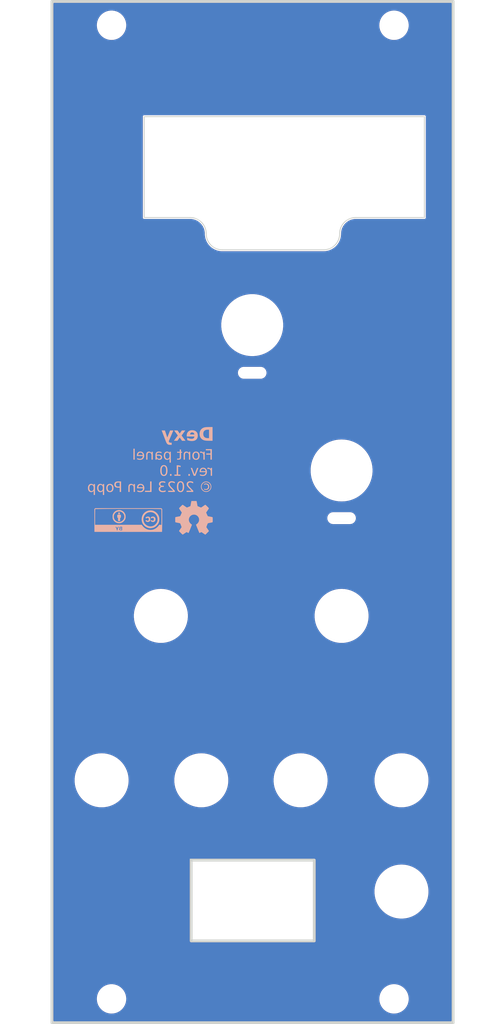
<source format=kicad_pcb>
(kicad_pcb (version 20221018) (generator pcbnew)
  (title_block (title "Eurorack Panel for Dexy Module") (date "2023-03-23") (rev "1.0") (company "Len Popp") (comment 1 "Copyright © 2023 Len Popp CC BY") (comment 2 "10 HP"))
  (layers (0 "F.Cu" signal) (31 "B.Cu" signal) (34 "B.Paste" user) (35 "F.Paste" user) (36 "B.SilkS" user "B.Silkscreen") (37 "F.SilkS" user "F.Silkscreen") (38 "B.Mask" user) (39 "F.Mask" user) (44 "Edge.Cuts" user))
  (property "MODULE" "Dexy")
  (net 0 "")
  (footprint "-lmp-holes:MountingHole_Panel_3.2mm_M3" (layer "F.Cu") (at 104.02 28.56)
    (fp_text reference "REF**" hide)
    (fp_text value "MountingHole_Panel_3.2mm_M3")
    (pad "" np_thru_hole circle (at 0 0) (size 3.2 3.2) (drill 3.2) (layers "*.Cu" "*.Mask"))
  )
  (footprint "-lmp-holes:MountingHole_Panel_3.2mm_M3" (layer "F.Cu") (at 104.02 151.06)
    (fp_text reference "REF**" hide)
    (fp_text value "MountingHole_Panel_3.2mm_M3")
    (pad "" np_thru_hole circle (at 0 0) (size 3.2 3.2) (drill 3.2) (layers "*.Cu" "*.Mask"))
  )
  (footprint "-lmp-holes:MountingHole_Panel_3.2mm_M3" (layer "F.Cu") (at 139.58 28.56)
    (fp_text reference "REF**" hide)
    (fp_text value "MountingHole_Panel_3.2mm_M3")
    (pad "" np_thru_hole circle (at 0 0) (size 3.2 3.2) (drill 3.2) (layers "*.Cu" "*.Mask"))
  )
  (footprint "-lmp-holes:MountingHole_Panel_3.2mm_M3" (layer "F.Cu") (at 139.58 151.06)
    (fp_text reference "REF**" hide)
    (fp_text value "MountingHole_Panel_3.2mm_M3")
    (pad "" np_thru_hole circle (at 0 0) (size 3.2 3.2) (drill 3.2) (layers "*.Cu" "*.Mask"))
  )
  (footprint "-lmp-holes:MountingHole_Jack_3.5mm_PJ398" (layer "F.Cu") (at 127.82 123.56)
    (fp_text reference "REF**" hide)
    (fp_text value "MountingHole_Jack_3.5mm_PJ398")
    (pad "" np_thru_hole circle (at 0 0) (size 6.3 6.3) (drill 6.3) (layers "*.Cu" "*.Mask"))
  )
  (footprint "-lmp-holes:MountingHole_Jack_3.5mm_PJ398" (layer "F.Cu") (at 140.52 123.56)
    (fp_text reference "REF**" hide)
    (fp_text value "MountingHole_Jack_3.5mm_PJ398")
    (pad "" np_thru_hole circle (at 0 0) (size 6.3 6.3) (drill 6.3) (layers "*.Cu" "*.Mask"))
  )
  (footprint "-lmp-holes:MountingHole_Pot_SongHuei" (layer "F.Cu") (at 132.98 102.875)
    (fp_text reference "REF**" hide)
    (fp_text value "MountingHole_Pot_SongHuei")
    (pad "" np_thru_hole circle (at 0 0) (size 6.3 6.3) (drill 6.3) (layers "F&B.Cu" "*.Mask"))
  )
  (footprint "-lmp-holes:MountingHole_Jack_3.5mm_PJ398" (layer "F.Cu") (at 140.52 137.56)
    (fp_text reference "REF**" hide)
    (fp_text value "MountingHole_Jack_3.5mm_PJ398")
    (pad "" np_thru_hole circle (at 0 0) (size 6.3 6.3) (drill 6.3) (layers "*.Cu" "*.Mask"))
  )
  (footprint "-lmp-holes:MountingHole_Pot_SongHuei" (layer "F.Cu") (at 110.23 102.875)
    (fp_text reference "REF**" hide)
    (fp_text value "MountingHole_Pot_SongHuei")
    (pad "" np_thru_hole circle (at 0 0) (size 6.3 6.3) (drill 6.3) (layers "F&B.Cu" "*.Mask"))
  )
  (footprint "-lmp-holes:MountingHole_Jack_3.5mm_PJ398" (layer "F.Cu") (at 102.77 123.56)
    (fp_text reference "REF**" hide)
    (fp_text value "MountingHole_Jack_3.5mm_PJ398")
    (pad "" np_thru_hole circle (at 0 0) (size 6.3 6.3) (drill 6.3) (layers "*.Cu" "*.Mask"))
  )
  (footprint "-lmp-holes:Hole_Panel_OLED_0.91in_Header" (layer "F.Cu") (at 121.77 46.405)
    (fp_text reference "REF**" hide)
    (fp_text value "Hole_Panel_OLED_1.3in")
    (fp_line (start -13.635 -6.35) (end 21.635 -6.35) (stroke (width 0.12)) (layer "Edge.Cuts"))
    (fp_line (start -13.635 6.35) (end -13.635 -6.35) (stroke (width 0.12)) (layer "Edge.Cuts"))
    (fp_line (start -13.635 6.35) (end -7.864 6.35) (stroke (width 0.12)) (layer "Edge.Cuts"))
    (fp_line (start 8.938 10.414) (end -3.8 10.414) (stroke (width 0.12)) (layer "Edge.Cuts"))
    (fp_line (start 13.002 6.35) (end 21.635 6.35) (stroke (width 0.12)) (layer "Edge.Cuts"))
    (fp_line (start 21.635 -6.35) (end 21.635 6.35) (stroke (width 0.12)) (layer "Edge.Cuts"))
    (fp_arc (start -7.864 6.35) (mid -6.427159 6.945159) (end -5.832 8.382) (stroke (width 0.12)) (layer "Edge.Cuts"))
    (fp_arc (start -3.8 10.414) (mid -5.236841 9.818841) (end -5.832 8.382) (stroke (width 0.12)) (layer "Edge.Cuts"))
    (fp_arc (start 10.97 8.382) (mid 10.374841 9.818841) (end 8.938 10.414) (stroke (width 0.12)) (layer "Edge.Cuts"))
    (fp_arc (start 10.97 8.382) (mid 11.565159 6.945159) (end 13.002 6.35) (stroke (width 0.12)) (layer "Edge.Cuts"))
  )
  (footprint "-lmp-holes:MountingHole_Pot_Alpha" (layer "F.Cu") (at 132.98 84.575)
    (fp_text reference "REF**" hide)
    (fp_text value "MountingHole_Pot_Alpha")
    (pad "" np_thru_hole circle (at 0 0) (size 7.3 7.3) (drill 7.3) (layers "*.Cu" "*.Mask"))
    (pad "" np_thru_hole oval (at 0 6) (size 3.1 1) (drill oval 3.1 1) (layers "F&B.Cu" "*.Mask"))
  )
  (footprint "-lmp-holes:MountingHole_Pot_Alpha" (layer "F.Cu") (at 121.73 66.287)
    (fp_text reference "REF**" hide)
    (fp_text value "MountingHole_Pot_Alpha")
    (pad "" np_thru_hole circle (at 0 0) (size 7.3 7.3) (drill 7.3) (layers "*.Cu" "*.Mask"))
    (pad "" np_thru_hole oval (at 0 6) (size 3.1 1) (drill oval 3.1 1) (layers "F&B.Cu" "*.Mask"))
  )
  (footprint "-lmp-holes:MountingHole_Jack_3.5mm_PJ398" (layer "F.Cu") (at 115.32 123.56)
    (fp_text reference "REF**" hide)
    (fp_text value "MountingHole_Jack_3.5mm_PJ398")
    (pad "" np_thru_hole circle (at 0 0) (size 6.3 6.3) (drill 6.3) (layers "*.Cu" "*.Mask"))
  )
  (footprint "-lmp-misc:Logo_OSHW" (layer "B.Cu") (at 114.389962 90.551 180)
    (fp_text reference "G3" hide)
    (fp_text value "LOGO" hide)
    (fp_poly (pts (xy 0.332309 2.043907) (xy 0.341381 1.998069) (xy 0.354628 1.929173) (xy 0.370495 1.845389) (xy 0.38743 1.75489) (xy 0.393386 1.722796) (xy 0.437401 1.485029) (xy 0.657063 1.393795) (xy 0.74497 1.357921) (xy 0.808749 1.333741) (xy 0.853195 1.319859) (xy 0.883107 1.31488) (xy 0.903282 1.317408) (xy 0.9098 1.320262) (xy 0.933551 1.334917) (xy 0.978298 1.364246) (xy 1.038939 1.404842) (xy 1.110374 1.453296) (xy 1.165969 1.491371) (xy 1.240949 1.542833) (xy 1.307718 1.588474) (xy 1.361493 1.625041) (xy 1.397494 1.649281) (xy 1.409956 1.657414) (xy 1.427811 1.652955) (xy 1.463227 1.627667) (xy 1.517172 1.58073) (xy 1.590613 1.511323) (xy 1.644039 1.458948) (xy 1.711608 1.391108) (xy 1.771268 1.329438) (xy 1.819306 1.277919) (xy 1.852008 1.240535) (xy 1.865664 1.221267) (xy 1.865677 1.221226) (xy 1.859691 1.197676) (xy 1.835212 1.150604) (xy 1.793183 1.081596) (xy 1.734543 0.992239) (xy 1.697471 0.937781) (xy 1.520815 0.68096) (xy 1.619383 0.452127) (xy 1.659348 0.362713) (xy 1.694168 0.291444) (xy 1.72197 0.241872) (xy 1.740879 0.217552) (xy 1.744007 0.215831) (xy 1.767564 0.210654) (xy 1.816769 0.200917) (xy 1.886021 0.187693) (xy 1.969721 0.172052) (xy 2.047875 0.157689) (xy 2.138232 0.140363) (xy 2.217638 0.123538) (xy 2.280838 0.108457) (xy 2.322577 0.096363) (xy 2.33735 0.089224) (xy 2.341052 0.068346) (xy 2.344296 0.021045) (xy 2.34688 -0.047351) (xy 2.348601 -0.131515) (xy 2.349256 -0.224274) (xy 2.34874 -0.336892) (xy 2.346841 -0.421041) (xy 2.343351 -0.479979) (xy 2.33806 -0.516966) (xy 2.330759 -0.535262) (xy 2.329202 -0.536832) (xy 2.307564 -0.54503) (xy 2.260103 -0.557343) (xy 2.192292 -0.572534) (xy 2.109605 -0.589367) (xy 2.031546 -0.604073) (xy 1.940736 -0.621377) (xy 1.860376 -0.638211) (xy 1.795872 -0.653319) (xy 1.752632 -0.665446) (xy 1.736595 -0.672515) (xy 1.722252 -0.695942) (xy 1.700812 -0.741547) (xy 1.674629 -0.803127) (xy 1.646056 -0.87448) (xy 1.617445 -0.949405) (xy 1.591149 -1.021699) (xy 1.569521 -1.085159) (xy 1.554912 -1.133585) (xy 1.549677 -1.160773) (xy 1.550241 -1.163788) (xy 1.562554 -1.182573) (xy 1.589739 -1.222789) (xy 1.628605 -1.279753) (xy 1.675959 -1.348785) (xy 1.717281 -1.408788) (xy 1.768237 -1.483332) (xy 1.812217 -1.548959) (xy 1.846284 -1.601179) (xy 1.867501 -1.635506) (xy 1.873249 -1.647126) (xy 1.862515 -1.661602) (xy 1.832595 -1.694758) (xy 1.786914 -1.742986) (xy 1.728898 -1.802678) (xy 1.661972 -1.870225) (xy 1.652489 -1.879701) (xy 1.570583 -1.960422) (xy 1.507752 -2.019804) (xy 1.461587 -2.059887) (xy 1.429677 -2.082708) (xy 1.409614 -2.090306) (xy 1.404428 -2.089563) (xy 1.382638 -2.077373) (xy 1.339761 -2.050325) (xy 1.280786 -2.011678) (xy 1.210703 -1.964685) (xy 1.15767 -1.928544) (xy 1.084231 -1.878624) (xy 1.019809 -1.835701) (xy 0.968968 -1.802746) (xy 0.936274 -1.782731) (xy 0.926456 -1.778) (xy 0.907758 -1.784814) (xy 0.868466 -1.802925) (xy 0.816075 -1.82883) (xy 0.799669 -1.837215) (xy 0.745513 -1.863547) (xy 0.702661 -1.881495) (xy 0.678317 -1.888138) (xy 0.675671 -1.887463) (xy 0.666195 -1.869527) (xy 0.646683 -1.826283) (xy 0.61885 -1.761921) (xy 0.584411 -1.680627) (xy 0.545081 -1.586591) (xy 0.502576 -1.484001) (xy 0.458609 -1.377043) (xy 0.414897 -1.269908) (xy 0.373154 -1.166782) (xy 0.335095 -1.071855) (xy 0.302436 -0.989313) (xy 0.276891 -0.923346) (xy 0.260175 -0.878141) (xy 0.254004 -0.857887) (xy 0.254 -0.857727) (xy 0.267057 -0.831175) (xy 0.291181 -0.813655) (xy 0.320082 -0.795098) (xy 0.363545 -0.760996) (xy 0.413339 -0.717903) (xy 0.425838 -0.706469) (xy 0.521321 -0.598253) (xy 0.589436 -0.478327) (xy 0.630082 -0.350658) (xy 0.64316 -0.219214) (xy 0.628567 -0.087962) (xy 0.586205 0.039131) (xy 0.515973 0.158097) (xy 0.449685 0.234902) (xy 0.34119 0.322392) (xy 0.220313 0.382989) (xy 0.091552 0.416695) (xy -0.040598 0.423509) (xy -0.171639 0.403432) (xy -0.297073 0.356462) (xy -0.412405 0.282601) (xy -0.465561 0.234902) (xy -0.555494 0.124047) (xy -0.617486 0.002268) (xy -0.651637 -0.126466) (xy -0.658048 -0.258188) (xy -0.636819 -0.38893) (xy -0.588051 -0.514725) (xy -0.511844 -0.631606) (xy -0.441714 -0.706469) (xy -0.391624 -0.750788) (xy -0.345801 -0.787757) (xy -0.31248 -0.810824) (xy -0.307057 -0.813655) (xy -0.278822 -0.836047) (xy -0.269875 -0.857727) (xy -0.275742 -0.877259) (xy -0.292199 -0.921853) (xy -0.317531 -0.987321) (xy -0.350023 -1.069475) (xy -0.38796 -1.164127) (xy -0.429627 -1.267088) (xy -0.473309 -1.374171) (xy -0.517291 -1.481187) (xy -0.559858 -1.583949) (xy -0.599294 -1.678267) (xy -0.633886 -1.759955) (xy -0.661917 -1.824823) (xy -0.681673 -1.868683) (xy -0.691439 -1.887349) (xy -0.691547 -1.887463) (xy -0.708781 -1.884865) (xy -0.74673 -1.87007) (xy -0.79819 -1.845995) (xy -0.815545 -1.837215) (xy -0.87027 -1.809724) (xy -0.914006 -1.789018) (xy -0.939274 -1.778598) (xy -0.942068 -1.778) (xy -0.958281 -1.786545) (xy -0.99619 -1.81026) (xy -1.051371 -1.846265) (xy -1.119398 -1.891677) (xy -1.185816 -1.93675) (xy -1.261905 -1.988112) (xy -1.329536 -2.03255) (xy -1.38415 -2.067164) (xy -1.42119 -2.089057) (xy -1.43553 -2.0955) (xy -1.45167 -2.084739) (xy -1.486309 -2.054764) (xy -1.535721 -2.00903) (xy -1.59618 -1.950995) (xy -1.663958 -1.884116) (xy -1.671057 -1.877013) (xy -1.738416 -1.808944) (xy -1.797325 -1.748305) (xy -1.844348 -1.698724) (xy -1.87605 -1.66383) (xy -1.888994 -1.647251) (xy -1.889125 -1.646708) (xy -1.880529 -1.630386) (xy -1.856698 -1.592506) (xy -1.820567 -1.537547) (xy -1.775072 -1.469987) (xy -1.733157 -1.408788) (xy -1.681353 -1.333531) (xy -1.635515 -1.266643) (xy -1.598836 -1.212805) (xy -1.574507 -1.176699) (xy -1.566117 -1.163788) (xy -1.568212 -1.143868) (xy -1.580361 -1.100924) (xy -1.600208 -1.04116) (xy -1.625402 -0.970779) (xy -1.653588 -0.895982) (xy -1.682414 -0.822973) (xy -1.709526 -0.757956) (xy -1.732571 -0.707131) (xy -1.749196 -0.676703) (xy -1.752471 -0.672589) (xy -1.773188 -0.664012) (xy -1.819798 -0.651325) (xy -1.886901 -0.635788) (xy -1.969098 -0.618661) (xy -2.047875 -0.603599) (xy -2.138935 -0.586192) (xy -2.219747 -0.56945) (xy -2.28486 -0.554608) (xy -2.328819 -0.542897) (xy -2.345532 -0.536285) (xy -2.353122 -0.52039) (xy -2.35869 -0.484937) (xy -2.362422 -0.426925) (xy -2.364508 -0.343353) (xy -2.365136 -0.23122) (xy -2.365132 -0.224274) (xy -2.364454 -0.129816) (xy -2.362715 -0.045899) (xy -2.360116 0.022149) (xy -2.356862 0.069001) (xy -2.353226 0.089224) (xy -2.334501 0.097698) (xy -2.28973 0.110242) (xy -2.224168 0.125615) (xy -2.143071 0.142573) (xy -2.06375 0.157689) (xy -1.972185 0.174539) (xy -1.890317 0.189882) (xy -1.823748 0.202646) (xy -1.778075 0.211759) (xy -1.759883 0.215831) (xy -1.743498 0.23326) (xy -1.717751 0.276831) (xy -1.684515 0.342991) (xy -1.645665 0.428188) (xy -1.635259 0.452127) (xy -1.536691 0.68096) (xy -1.713347 0.937781) (xy -1.780321 1.037176) (xy -1.831178 1.117053) (xy -1.864977 1.175825) (xy -1.880778 1.211907) (xy -1.881553 1.221226) (xy -1.867997 1.240398) (xy -1.835375 1.277706) (xy -1.787401 1.329167) (xy -1.727787 1.390799) (xy -1.660247 1.458619) (xy -1.659915 1.458948) (xy -1.573506 1.542945) (xy -1.507347 1.603693) (xy -1.460731 1.641791) (xy -1.432952 1.657841) (xy -1.425832 1.657743) (xy -1.406307 1.644973) (xy -1.365455 1.617396) (xy -1.30806 1.57827) (xy -1.238906 1.530853) (xy -1.182688 1.492145) (xy -1.106717 1.440046) (xy -1.037755 1.393314) (xy -0.980931 1.355382) (xy -0.941376 1.329681) (xy -0.92652 1.320706) (xy -0.909039 1.315224) (xy -0.884577 1.316423) (xy -0.848256 1.32571) (xy -0.7952 1.344489) (xy -0.720531 1.374168) (xy -0.672939 1.393795) (xy -0.453277 1.485029) (xy -0.409262 1.722796) (xy -0.392321 1.813715) (xy -0.375898 1.900809) (xy -0.361547 1.975906) (xy -0.35082 2.030837) (xy -0.348185 2.043907) (xy -0.331124 2.12725) (xy 0.315248 2.12725) (xy 0.332309 2.043907)) (stroke (width 0.01)) (fill solid) (layer "B.SilkS"))
  )
  (footprint "-lmp-misc:Logo_CC_BY" (layer "B.Cu") (at 106.134962 90.805 180)
    (fp_text reference "G1" hide)
    (fp_text value "LOGO" hide)
    (fp_poly (pts (xy 1.007728 -1.10891) (xy 1.049387 -1.134554) (xy 1.058333 -1.165687) (xy 1.039922 -1.20516) (xy 0.995527 -1.235496) (xy 0.941409 -1.250332) (xy 0.893826 -1.243305) (xy 0.881944 -1.234722) (xy 0.871604 -1.205116) (xy 0.867833 -1.160639) (xy 0.873749 -1.117666) (xy 0.900438 -1.102183) (xy 0.929602 -1.100667) (xy 1.007728 -1.10891)) (stroke (width 0.01)) (fill solid) (layer "B.SilkS"))
    (fp_poly (pts (xy 1.198591 0.946718) (xy 1.24453 0.917911) (xy 1.27384 0.871061) (xy 1.277828 0.813909) (xy 1.259491 0.769726) (xy 1.210366 0.728824) (xy 1.146002 0.723246) (xy 1.095375 0.742529) (xy 1.066734 0.780694) (xy 1.059449 0.837345) (xy 1.073909 0.894193) (xy 1.091595 0.919238) (xy 1.144715 0.94974) (xy 1.198591 0.946718)) (stroke (width 0.01)) (fill solid) (layer "B.SilkS"))
    (fp_poly (pts (xy 1.008624 -0.933911) (xy 1.031746 -0.945922) (xy 1.03403 -0.973783) (xy 1.033347 -0.978959) (xy 1.019822 -1.01226) (xy 0.983682 -1.028491) (xy 0.947208 -1.033153) (xy 0.895209 -1.034637) (xy 0.872834 -1.022459) (xy 0.867847 -0.98928) (xy 0.867833 -0.985528) (xy 0.872155 -0.95086) (xy 0.893029 -0.935299) (xy 0.942319 -0.931379) (xy 0.953972 -0.931334) (xy 1.008624 -0.933911)) (stroke (width 0.01)) (fill solid) (layer "B.SilkS"))
    (fp_poly (pts (xy 1.265371 0.674893) (xy 1.332164 0.667029) (xy 1.368521 0.652922) (xy 1.374168 0.64759) (xy 1.387404 0.607674) (xy 1.393405 0.532293) (xy 1.392634 0.451798) (xy 1.388574 0.368274) (xy 1.382243 0.318048) (xy 1.370829 0.292085) (xy 1.351516 0.281354) (xy 1.338791 0.278986) (xy 1.316623 0.273497) (xy 1.302673 0.259195) (xy 1.295045 0.227858) (xy 1.291842 0.171267) (xy 1.291168 0.081201) (xy 1.291166 0.072611) (xy 1.291166 -0.127) (xy 1.037166 -0.127) (xy 1.037166 0.072611) (xy 1.036608 0.165606) (xy 1.033668 0.224491) (xy 1.02645 0.257486) (xy 1.013056 0.272812) (xy 0.991591 0.278688) (xy 0.989541 0.278986) (xy 0.964679 0.286104) (xy 0.949697 0.304969) (xy 0.941426 0.345002) (xy 0.936694 0.415619) (xy 0.935704 0.438879) (xy 0.933742 0.541942) (xy 0.942403 0.610052) (xy 0.96854 0.650424) (xy 1.01901 0.670269) (xy 1.100668 0.676801) (xy 1.162319 0.677333) (xy 1.265371 0.674893)) (stroke (width 0.01)) (fill solid) (layer "B.SilkS"))
    (fp_poly (pts (xy -3.02103 0.424598) (xy -2.91672 0.387702) (xy -2.880305 0.364287) (xy -2.831233 0.316441) (xy -2.82357 0.27634) (xy -2.857298 0.243) (xy -2.878228 0.233015) (xy -2.927801 0.217368) (xy -2.96114 0.224786) (xy -2.981416 0.240625) (xy -3.034554 0.267504) (xy -3.099006 0.273562) (xy -3.155714 0.258594) (xy -3.175583 0.242714) (xy -3.193774 0.202761) (xy -3.208244 0.139832) (xy -3.212007 0.110423) (xy -3.207041 0.017637) (xy -3.176589 -0.051636) (xy -3.126708 -0.092927) (xy -3.063452 -0.101769) (xy -2.992878 -0.073694) (xy -2.977533 -0.062563) (xy -2.937359 -0.035025) (xy -2.905035 -0.032112) (xy -2.858844 -0.052225) (xy -2.856122 -0.053629) (xy -2.789721 -0.087967) (xy -2.839486 -0.141245) (xy -2.933756 -0.213414) (xy -3.043435 -0.250287) (xy -3.158803 -0.250035) (xy -3.254244 -0.219188) (xy -3.333304 -0.158345) (xy -3.387757 -0.072069) (xy -3.416357 0.029772) (xy -3.417861 0.13731) (xy -3.391023 0.240675) (xy -3.334599 0.329998) (xy -3.324795 0.340295) (xy -3.236756 0.400263) (xy -3.131605 0.428574) (xy -3.02103 0.424598)) (stroke (width 0.01)) (fill solid) (layer "B.SilkS"))
    (fp_poly (pts (xy -2.39168 0.425061) (xy -2.365422 0.419864) (xy -2.306453 0.398275) (xy -2.24476 0.363217) (xy -2.192613 0.323291) (xy -2.162283 0.287101) (xy -2.159 0.275127) (xy -2.176157 0.258362) (xy -2.218635 0.2336) (xy -2.231009 0.227502) (xy -2.279889 0.206692) (xy -2.308737 0.20668) (xy -2.334969 0.228531) (xy -2.340123 0.234165) (xy -2.393198 0.266129) (xy -2.45973 0.274255) (xy -2.512218 0.258537) (xy -2.546037 0.216053) (xy -2.568158 0.147925) (xy -2.574311 0.070185) (xy -2.570997 0.037874) (xy -2.542321 -0.039667) (xy -2.492697 -0.087999) (xy -2.430625 -0.10356) (xy -2.364608 -0.082791) (xy -2.335818 -0.060589) (xy -2.297118 -0.030981) (xy -2.260723 -0.028782) (xy -2.223329 -0.04199) (xy -2.176133 -0.065406) (xy -2.163143 -0.089267) (xy -2.183198 -0.124379) (xy -2.211106 -0.155875) (xy -2.296435 -0.218831) (xy -2.399927 -0.251253) (xy -2.508693 -0.251377) (xy -2.609839 -0.217439) (xy -2.619569 -0.211781) (xy -2.700833 -0.14597) (xy -2.749326 -0.06404) (xy -2.768556 0.041501) (xy -2.76827 0.105949) (xy -2.745638 0.232547) (xy -2.693649 0.330106) (xy -2.615317 0.396277) (xy -2.513656 0.428712) (xy -2.39168 0.425061)) (stroke (width 0.01)) (fill solid) (layer "B.SilkS"))
    (fp_poly (pts (xy -2.563057 1.182731) (xy -2.361828 1.123237) (xy -2.176836 1.028043) (xy -2.012387 0.898954) (xy -1.872787 0.737776) (xy -1.851627 0.706999) (xy -1.760969 0.533924) (xy -1.702324 0.341508) (xy -1.676332 0.138827) (xy -1.683633 -0.065038) (xy -1.724866 -0.261008) (xy -1.774419 -0.38896) (xy -1.88282 -0.569588) (xy -2.02332 -0.726553) (xy -2.190308 -0.855437) (xy -2.378175 -0.951818) (xy -2.558393 -1.006682) (xy -2.661676 -1.025313) (xy -2.752778 -1.032549) (xy -2.849774 -1.028779) (xy -2.963334 -1.015429) (xy -3.161479 -0.968309) (xy -3.342295 -0.883698) (xy -3.50892 -0.760016) (xy -3.553297 -0.718328) (xy -3.700506 -0.54945) (xy -3.806929 -0.371404) (xy -3.873687 -0.181037) (xy -3.901084 0.018874) (xy -3.687783 0.018874) (xy -3.657491 -0.157882) (xy -3.6048 -0.296334) (xy -3.539895 -0.400636) (xy -3.448266 -0.509609) (xy -3.342045 -0.611122) (xy -3.233365 -0.693046) (xy -3.174437 -0.726586) (xy -3.01123 -0.784497) (xy -2.833345 -0.810389) (xy -2.655039 -0.803099) (xy -2.54 -0.778349) (xy -2.383548 -0.714064) (xy -2.23681 -0.620867) (xy -2.110085 -0.506773) (xy -2.013669 -0.379796) (xy -2.002272 -0.359795) (xy -1.926639 -0.181924) (xy -1.889736 -0.003553) (xy -1.888625 0.171489) (xy -1.920364 0.339374) (xy -1.982014 0.496271) (xy -2.070635 0.638352) (xy -2.183288 0.761788) (xy -2.317032 0.862749) (xy -2.468928 0.937407) (xy -2.636035 0.981932) (xy -2.815414 0.992496) (xy -3.004125 0.965269) (xy -3.017095 0.961982) (xy -3.18983 0.896576) (xy -3.341128 0.799061) (xy -3.468467 0.674837) (xy -3.569325 0.529307) (xy -3.641178 0.367869) (xy -3.681505 0.195924) (xy -3.687783 0.018874) (xy -3.901084 0.018874) (xy -3.901897 0.024804) (xy -3.89365 0.240822) (xy -3.851504 0.433215) (xy -3.772288 0.615301) (xy -3.660959 0.781846) (xy -3.522476 0.927617) (xy -3.361796 1.047378) (xy -3.183877 1.135898) (xy -2.996996 1.187388) (xy -2.776215 1.204716) (xy -2.563057 1.182731)) (stroke (width 0.01)) (fill solid) (layer "B.SilkS"))
    (fp_poly (pts (xy 1.377307 1.219627) (xy 1.537281 1.160105) (xy 1.682469 1.068615) (xy 1.807111 0.946685) (xy 1.905443 0.795844) (xy 1.909413 0.787882) (xy 1.940321 0.722465) (xy 1.960425 0.668687) (xy 1.972035 0.614111) (xy 1.977464 0.5463) (xy 1.979023 0.452817) (xy 1.979083 0.413084) (xy 1.977975 0.304751) (xy 1.973402 0.226714) (xy 1.963487 0.166965) (xy 1.946354 0.113498) (xy 1.924445 0.06345) (xy 1.831411 -0.086953) (xy 1.708237 -0.212584) (xy 1.561218 -0.310224) (xy 1.396648 -0.376655) (xy 1.220825 -0.408659) (xy 1.040042 -0.403016) (xy 1.018548 -0.399695) (xy 0.861591 -0.353137) (xy 0.711567 -0.270809) (xy 0.576827 -0.159249) (xy 0.465722 -0.024998) (xy 0.405977 0.080051) (xy 0.378882 0.143162) (xy 0.361991 0.200848) (xy 0.352996 0.266663) (xy 0.349584 0.354157) (xy 0.349386 0.38893) (xy 0.500593 0.38893) (xy 0.510606 0.302508) (xy 0.536592 0.193771) (xy 0.574165 0.106276) (xy 0.63213 0.022779) (xy 0.683322 -0.035796) (xy 0.81069 -0.145244) (xy 0.953839 -0.216764) (xy 1.108269 -0.249085) (xy 1.269476 -0.24094) (xy 1.34649 -0.222717) (xy 1.49922 -0.157615) (xy 1.625396 -0.064388) (xy 1.723417 0.051265) (xy 1.791679 0.183645) (xy 1.828583 0.327053) (xy 1.832525 0.475789) (xy 1.801903 0.624155) (xy 1.735117 0.766451) (xy 1.654299 0.872386) (xy 1.547984 0.968323) (xy 1.43207 1.031456) (xy 1.296278 1.066311) (xy 1.191868 1.075973) (xy 1.097105 1.078188) (xy 1.028028 1.072995) (xy 0.96827 1.05784) (xy 0.902986 1.030864) (xy 0.760552 0.944352) (xy 0.645883 0.830942) (xy 0.562193 0.696593) (xy 0.512692 0.547269) (xy 0.500593 0.38893) (xy 0.349386 0.38893) (xy 0.34925 0.41275) (xy 0.350641 0.516588) (xy 0.356385 0.591778) (xy 0.368837 0.651959) (xy 0.39035 0.710769) (xy 0.407119 0.747943) (xy 0.489615 0.895944) (xy 0.586193 1.012456) (xy 0.704778 1.107466) (xy 0.866283 1.1911) (xy 1.036047 1.236653) (xy 1.208308 1.245652) (xy 1.377307 1.219627)) (stroke (width 0.01)) (fill solid) (layer "B.SilkS"))
    (fp_poly (pts (xy 4.22386 1.429564) (xy 4.275963 1.377461) (xy 4.270523 -0.057395) (xy 4.265083 -1.49225) (xy 0.019454 -1.497593) (xy -0.401443 -1.498054) (xy -0.811056 -1.498365) (xy -1.207377 -1.498531) (xy -1.588395 -1.498556) (xy -1.952102 -1.498445) (xy -2.296486 -1.498202) (xy -2.619538 -1.49783) (xy -2.919248 -1.497335) (xy -3.193607 -1.496719) (xy -3.440605 -1.495988) (xy -3.658231 -1.495145) (xy -3.844477 -1.494195) (xy -3.997332 -1.493142) (xy -4.114786 -1.491989) (xy -4.19483 -1.490742) (xy -4.235454 -1.489404) (xy -4.240338 -1.488774) (xy -4.242738 -1.465738) (xy -4.24501 -1.403866) (xy -4.24712 -1.306657) (xy -4.249033 -1.17761) (xy -4.250715 -1.020222) (xy -4.252132 -0.837992) (xy -4.253248 -0.634417) (xy -4.25403 -0.412996) (xy -4.254443 -0.177227) (xy -4.2545 -0.048427) (xy -4.2545 0.366183) (xy -4.169834 0.366183) (xy -4.169834 -0.613834) (xy -4.026959 -0.614379) (xy -3.884084 -0.614925) (xy -3.812144 -0.720966) (xy -3.692651 -0.864995) (xy -3.542152 -0.996181) (xy -3.371665 -1.106777) (xy -3.192209 -1.189035) (xy -3.108881 -1.21544) (xy -2.997957 -1.235421) (xy -2.862492 -1.245246) (xy -2.719048 -1.244881) (xy -2.584188 -1.234297) (xy -2.486239 -1.216626) (xy -2.272603 -1.14063) (xy -2.076159 -1.027636) (xy -1.902364 -0.881322) (xy -1.872569 -0.846667) (xy 0.783166 -0.846667) (xy 0.783166 -1.312334) (xy 0.917895 -1.312334) (xy 1.004895 -1.308401) (xy 1.064225 -1.294438) (xy 1.108395 -1.268464) (xy 1.153631 -1.212561) (xy 1.16015 -1.151895) (xy 1.127249 -1.095152) (xy 1.122761 -1.090924) (xy 1.095408 -1.06005) (xy 1.100119 -1.036022) (xy 1.112178 -1.022631) (xy 1.140542 -0.973664) (xy 1.127789 -0.922153) (xy 1.100666 -0.889) (xy 1.066252 -0.864363) (xy 1.017466 -0.851272) (xy 0.941826 -0.846789) (xy 0.92075 -0.846667) (xy 1.185789 -0.846667) (xy 1.270228 -0.984623) (xy 1.319 -1.071602) (xy 1.345387 -1.140404) (xy 1.354475 -1.205058) (xy 1.354666 -1.217456) (xy 1.35688 -1.276088) (xy 1.367744 -1.303811) (xy 1.393598 -1.311987) (xy 1.407583 -1.312334) (xy 1.440934 -1.308067) (xy 1.456279 -1.287521) (xy 1.460461 -1.23908) (xy 1.460563 -1.222375) (xy 1.468744 -1.154833) (xy 1.496329 -1.080912) (xy 1.543713 -0.994834) (xy 1.585033 -0.925149) (xy 1.606079 -0.883515) (xy 1.608913 -0.86202) (xy 1.595597 -0.852753) (xy 1.581496 -0.849898) (xy 1.555171 -0.849042) (xy 1.530909 -0.860656) (xy 1.501095 -0.89146) (xy 1.45812 -0.948175) (xy 1.437195 -0.977303) (xy 1.403307 -1.024763) (xy 1.352528 -0.935878) (xy 1.314063 -0.878532) (xy 1.2778 -0.852038) (xy 1.243769 -0.84683) (xy 1.185789 -0.846667) (xy 0.92075 -0.846667) (xy 0.783166 -0.846667) (xy -1.872569 -0.846667) (xy -1.783802 -0.743422) (xy -1.68774 -0.613834) (xy 4.191 -0.613834) (xy 4.191 0.366183) (xy 4.190708 0.611968) (xy 4.18979 0.818065) (xy 4.188178 0.987114) (xy 4.185805 1.121755) (xy 4.182605 1.224631) (xy 4.178511 1.298382) (xy 4.173457 1.345649) (xy 4.167375 1.369072) (xy 4.165599 1.3716) (xy 4.141594 1.374757) (xy 4.07774 1.377723) (xy 3.97652 1.380499) (xy 3.840418 1.383084) (xy 3.671917 1.385478) (xy 3.473502 1.387681) (xy 3.247656 1.389693) (xy 2.996862 1.391514) (xy 2.723604 1.393145) (xy 2.430367 1.394585) (xy 2.119632 1.395834) (xy 1.793885 1.396892) (xy 1.455608 1.397759) (xy 1.107285 1.398435) (xy 0.751401 1.398921) (xy 0.390438 1.399216) (xy 0.02688 1.39932) (xy -0.336789 1.399233) (xy -0.698086 1.398955) (xy -1.054526 1.398487) (xy -1.403627 1.397827) (xy -1.742905 1.396977) (xy -2.069875 1.395936) (xy -2.382055 1.394704) (xy -2.676961 1.393282) (xy -2.952109 1.391668) (xy -3.205015 1.389864) (xy -3.433196 1.387869) (xy -3.634169 1.385683) (xy -3.805449 1.383306) (xy -3.944553 1.380738) (xy -4.048998 1.37798) (xy -4.116299 1.37503) (xy -4.143973 1.37189) (xy -4.144434 1.3716) (xy -4.150797 1.353998) (xy -4.156114 1.313246) (xy -4.160454 1.246703) (xy -4.163882 1.151728) (xy -4.166465 1.025681) (xy -4.168271 0.865919) (xy -4.169365 0.669804) (xy -4.169814 0.434693) (xy -4.169834 0.366183) (xy -4.2545 0.366183) (xy -4.2545 1.377757) (xy -4.202546 1.429712) (xy -4.150591 1.481666) (xy 4.171757 1.481666) (xy 4.22386 1.429564)) (stroke (width 0.01)) (fill solid) (layer "B.SilkS"))
  )
  (gr_line (start 96.52 154.06) (end 96.52 25.56) (stroke (width 0.3556)) (layer "Edge.Cuts"))
  (gr_line (start 147.02 25.56) (end 147.02 154.06) (stroke (width 0.3556)) (layer "Edge.Cuts"))
  (gr_line (start 96.52 25.56) (end 147.02 25.56) (stroke (width 0.3556)) (layer "Edge.Cuts"))
  (gr_line (start 147.02 154.06) (end 96.52 154.06) (stroke (width 0.3556)) (layer "Edge.Cuts"))
  (gr_rect (start 114.046 133.604) (end 129.54 143.764) (stroke (width 0.3556)) (fill none) (layer "Edge.Cuts"))
  (gr_text "rev. ${REVISION}" (at 116.837637 84.709) (layer "B.SilkS") (effects (font (size 1.3 1.3)) (justify left mirror)))
  (gr_text "${MODULE}" (at 116.955362 80.137) (layer "B.SilkS") (effects (font (size 1.7 1.7) (thickness 0.34) bold) (justify left mirror)))
  (gr_text "© 2023 Len Popp" (at 116.837637 86.741) (layer "B.SilkS") (effects (font (size 1.3 1.3)) (justify left mirror)))
  (gr_text "Front panel" (at 116.828362 82.677) (layer "B.SilkS") (effects (font (size 1.3 1.3)) (justify left mirror)))
  (zone (net 0) (net_name "") (layers "F&B.Cu") (connect_pads (clearance 0.2032)) (min_thickness 0.2032) (fill yes (thermal_gap 0.508) (thermal_bridge_width 0.508))
    (polygon (pts (xy 147.12 154.16) (xy 96.42 154.16) (xy 96.42 25.46) (xy 147.12 25.46)))
  )
)
</source>
